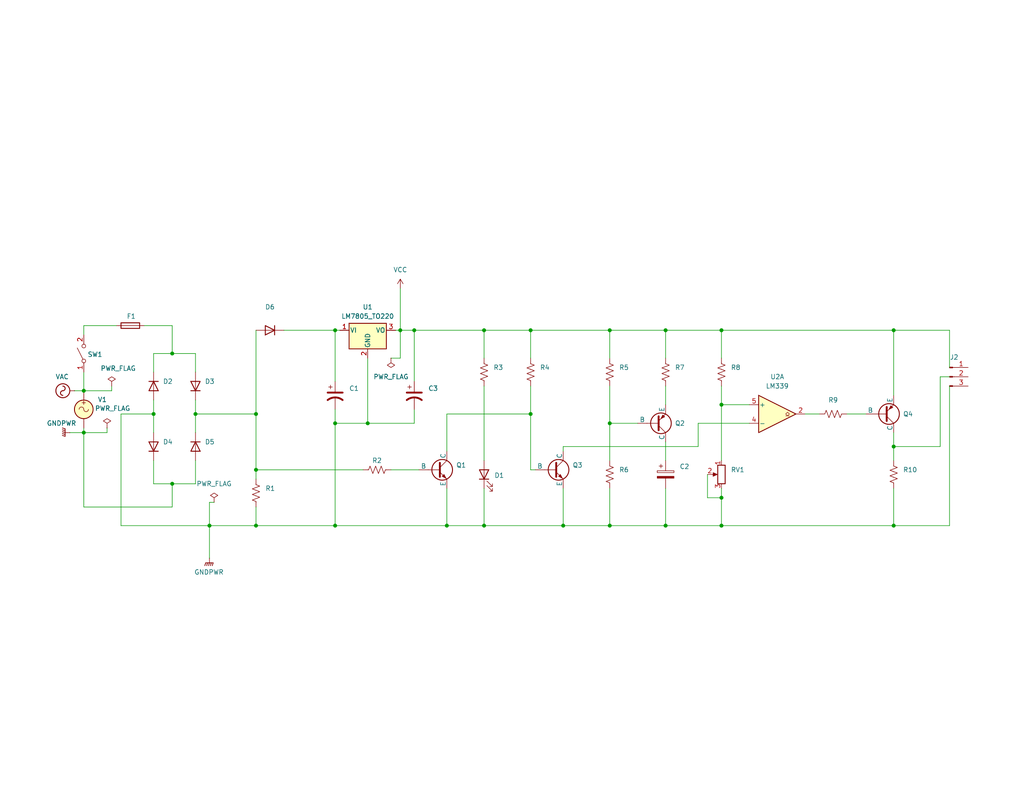
<source format=kicad_sch>
(kicad_sch (version 20231120) (generator "eeschema") (generator_version "8.0")
  (paper "A")
  (title_block (title "CMPE2150 PWM Generator - nkoirala1") (date "2024-12-09") (rev "0") (company "NAIT CNT") (comment 1 "Naresh Prasad Koirala"))
  (lib_symbols
    (symbol "Comparator:LM339" (pin_names (offset 0.127))
      (property "Reference" "U" (at 0 5.08 0))
      (property "Value" "LM339" (at 0 -5.08 0))
      (symbol "LM339_1_1"
        (polyline (pts (xy -5.08 5.08) (xy 5.08 0) (xy -5.08 -5.08) (xy -5.08 5.08)) (stroke (width 0.254)) (fill (type background)))
        (polyline (pts (xy 3.302 -0.508) (xy 2.794 -0.508) (xy 3.302 0) (xy 2.794 0.508) (xy 2.286 0) (xy 2.794 -0.508) (xy 2.286 -0.508)) (stroke (width 0.127)))
        (pin open_collector line (at 7.62 0 180) (length 2.54) (name "~") (number "2"))
        (pin input line (at -7.62 -2.54 0) (length 2.54) (name "-") (number "4"))
        (pin input line (at -7.62 2.54 0) (length 2.54) (name "+") (number "5"))
      )
      (symbol "LM339_2_1"
        (polyline (pts (xy -5.08 5.08) (xy 5.08 0) (xy -5.08 -5.08) (xy -5.08 5.08)) (stroke (width 0.254)) (fill (type background)))
        (polyline (pts (xy 3.302 -0.508) (xy 2.794 -0.508) (xy 3.302 0) (xy 2.794 0.508) (xy 2.286 0) (xy 2.794 -0.508) (xy 2.286 -0.508)) (stroke (width 0.127)))
        (pin open_collector line (at 7.62 0 180) (length 2.54) (name "~") (number "1"))
        (pin input line (at -7.62 -2.54 0) (length 2.54) (name "-") (number "6"))
        (pin input line (at -7.62 2.54 0) (length 2.54) (name "+") (number "7"))
      )
      (symbol "LM339_3_1"
        (polyline (pts (xy -5.08 5.08) (xy 5.08 0) (xy -5.08 -5.08) (xy -5.08 5.08)) (stroke (width 0.254)) (fill (type background)))
        (polyline (pts (xy 3.302 -0.508) (xy 2.794 -0.508) (xy 3.302 0) (xy 2.794 0.508) (xy 2.286 0) (xy 2.794 -0.508) (xy 2.286 -0.508)) (stroke (width 0.127)))
        (pin input line (at -7.62 -2.54 0) (length 2.54) (name "-") (number "10"))
        (pin input line (at -7.62 2.54 0) (length 2.54) (name "+") (number "11"))
        (pin open_collector line (at 7.62 0 180) (length 2.54) (name "~") (number "13"))
      )
      (symbol "LM339_4_1"
        (polyline (pts (xy -5.08 5.08) (xy 5.08 0) (xy -5.08 -5.08) (xy -5.08 5.08)) (stroke (width 0.254)) (fill (type background)))
        (polyline (pts (xy 3.302 -0.508) (xy 2.794 -0.508) (xy 3.302 0) (xy 2.794 0.508) (xy 2.286 0) (xy 2.794 -0.508) (xy 2.286 -0.508)) (stroke (width 0.127)))
        (pin open_collector line (at 7.62 0 180) (length 2.54) (name "~") (number "14"))
        (pin input line (at -7.62 -2.54 0) (length 2.54) (name "-") (number "8"))
        (pin input line (at -7.62 2.54 0) (length 2.54) (name "+") (number "9"))
      )
      (symbol "LM339_5_1"
        (pin power_in line (at -2.54 -7.62 90) (length 3.81) (name "V-") (number "12"))
        (pin power_in line (at -2.54 7.62 270) (length 3.81) (name "V+") (number "3"))
      )
    )
    (symbol "Connector:Conn_01x03_Pin" (pin_names (offset 1.016) hide)
      (property "Reference" "J" (at 0 5.08 0))
      (property "Value" "Conn_01x03_Pin" (at 0 -5.08 0))
      (symbol "Conn_01x03_Pin_1_1"
        (polyline (pts (xy 1.27 -2.54) (xy 0.8636 -2.54)) (stroke (width 0.1524)))
        (polyline (pts (xy 1.27 0) (xy 0.8636 0)) (stroke (width 0.1524)))
        (polyline (pts (xy 1.27 2.54) (xy 0.8636 2.54)) (stroke (width 0.1524)))
        (rectangle (start 0.8636 -2.413) (end 0 -2.667) (stroke (width 0.1524)) (fill (type outline)))
        (rectangle (start 0.8636 0.127) (end 0 -0.127) (stroke (width 0.1524)) (fill (type outline)))
        (rectangle (start 0.8636 2.667) (end 0 2.413) (stroke (width 0.1524)) (fill (type outline)))
        (pin passive line (at 5.08 2.54 180) (length 3.81) (name "Pin_1") (number "1"))
        (pin passive line (at 5.08 0 180) (length 3.81) (name "Pin_2") (number "2"))
        (pin passive line (at 5.08 -2.54 180) (length 3.81) (name "Pin_3") (number "3"))
      )
    )
    (symbol "Device:C_Polarized" (pin_numbers hide) (pin_names (offset 0.254))
      (property "Reference" "C" (at 0.635 2.54 0))
      (property "Value" "C_Polarized" (at 0.635 -2.54 0))
      (symbol "C_Polarized_0_1"
        (rectangle (start -2.286 0.508) (end 2.286 1.016))
        (polyline (pts (xy -1.778 2.286) (xy -0.762 2.286)))
        (polyline (pts (xy -1.27 2.794) (xy -1.27 1.778)))
        (rectangle (start 2.286 -0.508) (end -2.286 -1.016) (fill (type outline)))
      )
      (symbol "C_Polarized_1_1"
        (pin passive line (at 0 3.81 270) (length 2.794) (name "~") (number "1"))
        (pin passive line (at 0 -3.81 90) (length 2.794) (name "~") (number "2"))
      )
    )
    (symbol "Device:C_Polarized_US" (pin_numbers hide) (pin_names (offset 0.254) hide)
      (property "Reference" "C" (at 0.635 2.54 0))
      (property "Value" "C_Polarized_US" (at 0.635 -2.54 0))
      (symbol "C_Polarized_US_0_1"
        (polyline (pts (xy -2.032 0.762) (xy 2.032 0.762)) (stroke (width 0.508)))
        (polyline (pts (xy -1.778 2.286) (xy -0.762 2.286)))
        (polyline (pts (xy -1.27 1.778) (xy -1.27 2.794)))
        (arc (start 2.032 -1.27) (mid 0 -0.5572) (end -2.032 -1.27) (stroke (width 0.508)))
      )
      (symbol "C_Polarized_US_1_1"
        (pin passive line (at 0 3.81 270) (length 2.794) (name "~") (number "1"))
        (pin passive line (at 0 -3.81 90) (length 3.302) (name "~") (number "2"))
      )
    )
    (symbol "Device:Fuse" (pin_numbers hide) (pin_names (offset 0))
      (property "Reference" "F" (at 2.032 0 90))
      (property "Value" "Fuse" (at -1.905 0 90))
      (symbol "Fuse_0_1"
        (rectangle (start -0.762 -2.54) (end 0.762 2.54) (stroke (width 0.254)))
        (polyline (pts (xy 0 2.54) (xy 0 -2.54)))
      )
      (symbol "Fuse_1_1"
        (pin passive line (at 0 3.81 270) (length 1.27) (name "~") (number "1"))
        (pin passive line (at 0 -3.81 90) (length 1.27) (name "~") (number "2"))
      )
    )
    (symbol "Device:LED" (pin_numbers hide) (pin_names (offset 1.016) hide)
      (property "Reference" "D" (at 0 2.54 0))
      (property "Value" "LED" (at 0 -2.54 0))
      (symbol "LED_0_1"
        (polyline (pts (xy -1.27 -1.27) (xy -1.27 1.27)) (stroke (width 0.254)))
        (polyline (pts (xy -1.27 0) (xy 1.27 0)))
        (polyline (pts (xy 1.27 -1.27) (xy 1.27 1.27) (xy -1.27 0) (xy 1.27 -1.27)) (stroke (width 0.254)))
        (polyline (pts (xy -3.048 -0.762) (xy -4.572 -2.286) (xy -3.81 -2.286) (xy -4.572 -2.286) (xy -4.572 -1.524)))
        (polyline (pts (xy -1.778 -0.762) (xy -3.302 -2.286) (xy -2.54 -2.286) (xy -3.302 -2.286) (xy -3.302 -1.524)))
      )
      (symbol "LED_1_1"
        (pin passive line (at -3.81 0 0) (length 2.54) (name "K") (number "1"))
        (pin passive line (at 3.81 0 180) (length 2.54) (name "A") (number "2"))
      )
    )
    (symbol "Device:R_Potentiometer" (pin_names (offset 1.016) hide)
      (property "Reference" "RV" (at -4.445 0 90))
      (property "Value" "R_Potentiometer" (at -2.54 0 90))
      (symbol "R_Potentiometer_0_1"
        (polyline (pts (xy 2.54 0) (xy 1.524 0)))
        (polyline (pts (xy 1.143 0) (xy 2.286 0.508) (xy 2.286 -0.508) (xy 1.143 0)) (fill (type outline)))
        (rectangle (start 1.016 2.54) (end -1.016 -2.54) (stroke (width 0.254)))
      )
      (symbol "R_Potentiometer_1_1"
        (pin passive line (at 0 3.81 270) (length 1.27) (name "1") (number "1"))
        (pin passive line (at 3.81 0 180) (length 1.27) (name "2") (number "2"))
        (pin passive line (at 0 -3.81 90) (length 1.27) (name "3") (number "3"))
      )
    )
    (symbol "Device:R_US" (pin_numbers hide) (pin_names (offset 0))
      (property "Reference" "R" (at 2.54 0 90))
      (property "Value" "R_US" (at -2.54 0 90))
      (symbol "R_US_0_1"
        (polyline (pts (xy 0 -2.286) (xy 0 -2.54)))
        (polyline (pts (xy 0 2.286) (xy 0 2.54)))
        (polyline (pts (xy 0 -0.762) (xy 1.016 -1.143) (xy 0 -1.524) (xy -1.016 -1.905) (xy 0 -2.286)))
        (polyline (pts (xy 0 0.762) (xy 1.016 0.381) (xy 0 0) (xy -1.016 -0.381) (xy 0 -0.762)))
        (polyline (pts (xy 0 2.286) (xy 1.016 1.905) (xy 0 1.524) (xy -1.016 1.143) (xy 0 0.762)))
      )
      (symbol "R_US_1_1"
        (pin passive line (at 0 3.81 270) (length 1.27) (name "~") (number "1"))
        (pin passive line (at 0 -3.81 90) (length 1.27) (name "~") (number "2"))
      )
    )
    (symbol "Diode:1N4005" (pin_numbers hide) (pin_names hide)
      (property "Reference" "D" (at 0 2.54 0))
      (property "Value" "1N4005" (at 0 -2.54 0))
      (symbol "1N4005_0_1"
        (polyline (pts (xy -1.27 1.27) (xy -1.27 -1.27)) (stroke (width 0.254)))
        (polyline (pts (xy 1.27 0) (xy -1.27 0)))
        (polyline (pts (xy 1.27 1.27) (xy 1.27 -1.27) (xy -1.27 0) (xy 1.27 1.27)) (stroke (width 0.254)))
      )
      (symbol "1N4005_1_1"
        (pin passive line (at -3.81 0 0) (length 2.54) (name "K") (number "1"))
        (pin passive line (at 3.81 0 180) (length 2.54) (name "A") (number "2"))
      )
    )
    (symbol "Regulator_Linear:LM7805_TO220" (pin_names (offset 0.254))
      (property "Reference" "U" (at -3.81 3.175 0))
      (property "Value" "LM7805_TO220" (at 0 3.175 0))
      (symbol "LM7805_TO220_0_1"
        (rectangle (start -5.08 1.905) (end 5.08 -5.08) (stroke (width 0.254)) (fill (type background)))
      )
      (symbol "LM7805_TO220_1_1"
        (pin power_in line (at -7.62 0 0) (length 2.54) (name "VI") (number "1"))
        (pin power_in line (at 0 -7.62 90) (length 2.54) (name "GND") (number "2"))
        (pin power_out line (at 7.62 0 180) (length 2.54) (name "VO") (number "3"))
      )
    )
    (symbol "Simulation_SPICE:NPN" (pin_numbers hide) (pin_names (offset 0))
      (property "Reference" "Q" (at -2.54 7.62 0))
      (property "Value" "NPN" (at -2.54 5.08 0))
      (symbol "NPN_0_1"
        (polyline (pts (xy -2.54 0) (xy 0.635 0)) (stroke (width 0.1524)))
        (polyline (pts (xy 0.635 0.635) (xy 2.54 2.54)))
        (polyline (pts (xy 2.794 -1.27) (xy 2.794 -1.27)) (stroke (width 0.1524)))
        (polyline (pts (xy 2.794 -1.27) (xy 2.794 -1.27)) (stroke (width 0.1524)))
        (polyline (pts (xy 0.635 -0.635) (xy 2.54 -2.54) (xy 2.54 -2.54)))
        (polyline (pts (xy 0.635 1.905) (xy 0.635 -1.905) (xy 0.635 -1.905)) (stroke (width 0.508)))
        (polyline (pts (xy 1.27 -1.778) (xy 1.778 -1.27) (xy 2.286 -2.286) (xy 1.27 -1.778) (xy 1.27 -1.778)) (fill (type outline)))
        (circle (center 1.27 0) (radius 2.8194) (stroke (width 0.254)))
      )
      (symbol "NPN_1_1"
        (pin open_collector line (at 2.54 5.08 270) (length 2.54) (name "C") (number "1"))
        (pin input line (at -5.08 0 0) (length 2.54) (name "B") (number "2"))
        (pin open_emitter line (at 2.54 -5.08 90) (length 2.54) (name "E") (number "3"))
      )
    )
    (symbol "Simulation_SPICE:PNP" (pin_numbers hide) (pin_names (offset 0))
      (property "Reference" "Q" (at -2.54 7.62 0))
      (property "Value" "PNP" (at -2.54 5.08 0))
      (symbol "PNP_0_1"
        (polyline (pts (xy -2.54 0) (xy 0.635 0)) (stroke (width 0.1524)))
        (polyline (pts (xy 0.635 0.635) (xy 2.54 2.54)))
        (polyline (pts (xy 0.635 -0.635) (xy 2.54 -2.54) (xy 2.54 -2.54)))
        (polyline (pts (xy 0.635 1.905) (xy 0.635 -1.905) (xy 0.635 -1.905)) (stroke (width 0.508)))
        (polyline (pts (xy 2.286 -1.778) (xy 1.778 -2.286) (xy 1.27 -1.27) (xy 2.286 -1.778) (xy 2.286 -1.778)) (fill (type outline)))
        (circle (center 1.27 0) (radius 2.8194) (stroke (width 0.254)))
      )
      (symbol "PNP_1_1"
        (pin open_collector line (at 2.54 5.08 270) (length 2.54) (name "C") (number "1"))
        (pin input line (at -5.08 0 0) (length 2.54) (name "B") (number "2"))
        (pin open_emitter line (at 2.54 -5.08 90) (length 2.54) (name "E") (number "3"))
      )
    )
    (symbol "Simulation_SPICE:VSIN" (pin_numbers hide) (pin_names (offset 0.0254))
      (property "Reference" "V" (at 2.54 2.54 0))
      (property "Value" "VSIN" (at 2.54 0 0))
      (property "Sim.Params" "dc=0 ampl=1 f=1k ac=1" (at 2.54 -2.54 0))
      (symbol "VSIN_0_0"
        (arc (start 0 0) (mid -0.635 0.6323) (end -1.27 0))
        (arc (start 0 0) (mid 0.635 -0.6323) (end 1.27 0))
        (text "+" (at 0 1.905 0) (effects (font (size 1.27 1.27))))
      )
      (symbol "VSIN_0_1"
        (circle (center 0 0) (radius 2.54) (stroke (width 0.254)) (fill (type background)))
      )
      (symbol "VSIN_1_1"
        (pin passive line (at 0 5.08 270) (length 2.54) (name "~") (number "1"))
        (pin passive line (at 0 -5.08 90) (length 2.54) (name "~") (number "2"))
      )
    )
    (symbol "Switch:SW_SPST" (pin_names (offset 0) hide)
      (property "Reference" "SW" (at 0 3.175 0))
      (property "Value" "SW_SPST" (at 0 -2.54 0))
      (symbol "SW_SPST_0_0"
        (circle (center -2.032 0) (radius 0.508))
        (polyline (pts (xy -1.524 0.254) (xy 1.524 1.778)))
        (circle (center 2.032 0) (radius 0.508))
      )
      (symbol "SW_SPST_1_1"
        (pin passive line (at -5.08 0 0) (length 2.54) (name "A") (number "1"))
        (pin passive line (at 5.08 0 180) (length 2.54) (name "B") (number "2"))
      )
    )
    (symbol "power:GNDPWR" (power) (pin_numbers hide) (pin_names (offset 0) hide)
      (property "Value" "GNDPWR" (at 0 -3.302 0))
      (symbol "GNDPWR_0_1"
        (polyline (pts (xy 0 -1.27) (xy 0 0)))
        (polyline (pts (xy -1.016 -1.27) (xy -1.27 -2.032) (xy -1.27 -2.032)) (stroke (width 0.2032)))
        (polyline (pts (xy -0.508 -1.27) (xy -0.762 -2.032) (xy -0.762 -2.032)) (stroke (width 0.2032)))
        (polyline (pts (xy 0 -1.27) (xy -0.254 -2.032) (xy -0.254 -2.032)) (stroke (width 0.2032)))
        (polyline (pts (xy 0.508 -1.27) (xy 0.254 -2.032) (xy 0.254 -2.032)) (stroke (width 0.2032)))
        (polyline (pts (xy 1.016 -1.27) (xy -1.016 -1.27) (xy -1.016 -1.27)) (stroke (width 0.2032)))
        (polyline (pts (xy 1.016 -1.27) (xy 0.762 -2.032) (xy 0.762 -2.032) (xy 0.762 -2.032)) (stroke (width 0.2032)))
      )
      (symbol "GNDPWR_1_1"
        (pin power_in line (at 0 0 270) (length 0) (name "~") (number "1"))
      )
    )
    (symbol "power:PWR_FLAG" (power) (pin_numbers hide) (pin_names (offset 0) hide)
      (property "Value" "PWR_FLAG" (at 0 3.81 0))
      (symbol "PWR_FLAG_0_0"
        (pin power_out line (at 0 0 90) (length 0) (name "~") (number "1"))
      )
      (symbol "PWR_FLAG_0_1"
        (polyline (pts (xy 0 0) (xy 0 1.27) (xy -1.016 1.905) (xy 0 2.54) (xy 1.016 1.905) (xy 0 1.27)))
      )
    )
    (symbol "power:VAC" (power) (pin_numbers hide) (pin_names (offset 0) hide)
      (property "Value" "VAC" (at 0 6.35 0))
      (symbol "VAC_0_1"
        (polyline (pts (xy 0 0) (xy 0 1.27)))
        (arc (start 0 3.175) (mid -0.635 3.8073) (end -1.27 3.175) (stroke (width 0.254)))
        (arc (start 0 3.175) (mid 0.635 2.5427) (end 1.27 3.175) (stroke (width 0.254)))
        (circle (center 0 3.175) (radius 1.905) (stroke (width 0.254)))
      )
      (symbol "VAC_1_1"
        (pin power_in line (at 0 0 90) (length 0) (name "~") (number "1"))
      )
    )
    (symbol "power:VCC" (power) (pin_numbers hide) (pin_names (offset 0) hide)
      (property "Value" "VCC" (at 0 3.556 0))
      (symbol "VCC_0_1"
        (polyline (pts (xy -0.762 1.27) (xy 0 2.54)))
        (polyline (pts (xy 0 0) (xy 0 2.54)))
        (polyline (pts (xy 0 2.54) (xy 0.762 1.27)))
      )
      (symbol "VCC_1_1"
        (pin power_in line (at 0 0 90) (length 0) (name "~") (number "1"))
      )
    )
  )
  (junction (at 196.85 90.17))
  (junction (at 166.37 90.17))
  (junction (at 69.85 128.27))
  (junction (at 22.86 106.68))
  (junction (at 113.03 90.17))
  (junction (at 196.85 143.51))
  (junction (at 243.84 143.51))
  (junction (at 46.99 132.08))
  (junction (at 57.15 143.51))
  (junction (at 181.61 90.17))
  (junction (at 132.08 90.17))
  (junction (at 91.44 143.51))
  (junction (at 53.34 113.03))
  (junction (at 109.22 90.17))
  (junction (at 41.91 113.03))
  (junction (at 144.78 90.17))
  (junction (at 144.78 113.03))
  (junction (at 196.85 110.49))
  (junction (at 243.84 121.92))
  (junction (at 69.85 113.03))
  (junction (at 91.44 90.17))
  (junction (at 166.37 115.57))
  (junction (at 181.61 143.51))
  (junction (at 166.37 143.51))
  (junction (at 91.44 115.57))
  (junction (at 196.85 135.89))
  (junction (at 243.84 90.17))
  (junction (at 153.67 143.51))
  (junction (at 46.99 96.52))
  (junction (at 121.92 143.51))
  (junction (at 100.33 115.57))
  (junction (at 132.08 143.51))
  (junction (at 22.86 118.11))
  (junction (at 69.85 143.51))
  (wire (pts (xy 113.03 90.17) (xy 113.03 104.14)))
  (wire (pts (xy 41.91 109.22) (xy 41.91 113.03)))
  (wire (pts (xy 132.08 90.17) (xy 132.08 97.79)))
  (wire (pts (xy 77.47 90.17) (xy 91.44 90.17)))
  (wire (pts (xy 69.85 128.27) (xy 69.85 130.81)))
  (wire (pts (xy 33.02 113.03) (xy 41.91 113.03)))
  (wire (pts (xy 121.92 123.19) (xy 121.92 113.03)))
  (wire (pts (xy 166.37 133.35) (xy 166.37 143.51)))
  (wire (pts (xy 259.08 143.51) (xy 243.84 143.51)))
  (wire (pts (xy 69.85 90.17) (xy 69.85 113.03)))
  (wire (pts (xy 39.37 88.9) (xy 46.99 88.9)))
  (wire (pts (xy 19.05 118.11) (xy 22.86 118.11)))
  (wire (pts (xy 46.99 132.08) (xy 53.34 132.08)))
  (wire (pts (xy 106.68 128.27) (xy 114.3 128.27)))
  (wire (pts (xy 166.37 115.57) (xy 173.99 115.57)))
  (wire (pts (xy 193.04 135.89) (xy 196.85 135.89)))
  (wire (pts (xy 144.78 105.41) (xy 144.78 113.03)))
  (wire (pts (xy 69.85 128.27) (xy 99.06 128.27)))
  (wire (pts (xy 132.08 143.51) (xy 121.92 143.51)))
  (wire (pts (xy 196.85 110.49) (xy 204.47 110.49)))
  (wire (pts (xy 259.08 102.87) (xy 256.54 102.87)))
  (wire (pts (xy 22.86 101.6) (xy 22.86 106.68)))
  (wire (pts (xy 41.91 96.52) (xy 46.99 96.52)))
  (wire (pts (xy 196.85 105.41) (xy 196.85 110.49)))
  (wire (pts (xy 181.61 120.65) (xy 181.61 125.73)))
  (wire (pts (xy 107.95 90.17) (xy 109.22 90.17)))
  (wire (pts (xy 196.85 143.51) (xy 181.61 143.51)))
  (wire (pts (xy 57.15 143.51) (xy 33.02 143.51)))
  (wire (pts (xy 190.5 121.92) (xy 190.5 115.57)))
  (wire (pts (xy 132.08 133.35) (xy 132.08 143.51)))
  (wire (pts (xy 22.86 118.11) (xy 29.21 118.11)))
  (wire (pts (xy 144.78 90.17) (xy 144.78 97.79)))
  (wire (pts (xy 20.32 106.68) (xy 22.86 106.68)))
  (wire (pts (xy 41.91 101.6) (xy 41.91 96.52)))
  (wire (pts (xy 166.37 90.17) (xy 181.61 90.17)))
  (wire (pts (xy 181.61 90.17) (xy 196.85 90.17)))
  (wire (pts (xy 243.84 121.92) (xy 243.84 125.73)))
  (wire (pts (xy 153.67 133.35) (xy 153.67 143.51)))
  (wire (pts (xy 243.84 143.51) (xy 196.85 143.51)))
  (wire (pts (xy 259.08 90.17) (xy 259.08 100.33)))
  (wire (pts (xy 121.92 133.35) (xy 121.92 143.51)))
  (wire (pts (xy 22.86 106.68) (xy 30.48 106.68)))
  (wire (pts (xy 243.84 121.92) (xy 256.54 121.92)))
  (wire (pts (xy 153.67 143.51) (xy 132.08 143.51)))
  (wire (pts (xy 193.04 129.54) (xy 193.04 135.89)))
  (wire (pts (xy 256.54 102.87) (xy 256.54 121.92)))
  (wire (pts (xy 46.99 88.9) (xy 46.99 96.52)))
  (wire (pts (xy 100.33 97.79) (xy 100.33 115.57)))
  (wire (pts (xy 53.34 132.08) (xy 53.34 125.73)))
  (wire (pts (xy 91.44 111.76) (xy 91.44 115.57)))
  (wire (pts (xy 243.84 90.17) (xy 243.84 107.95)))
  (wire (pts (xy 33.02 143.51) (xy 33.02 113.03)))
  (wire (pts (xy 113.03 111.76) (xy 113.03 115.57)))
  (wire (pts (xy 259.08 105.41) (xy 259.08 143.51)))
  (wire (pts (xy 106.68 97.79) (xy 109.22 97.79)))
  (wire (pts (xy 22.86 138.43) (xy 46.99 138.43)))
  (wire (pts (xy 190.5 115.57) (xy 204.47 115.57)))
  (wire (pts (xy 132.08 90.17) (xy 144.78 90.17)))
  (wire (pts (xy 181.61 105.41) (xy 181.61 110.49)))
  (wire (pts (xy 153.67 121.92) (xy 190.5 121.92)))
  (wire (pts (xy 57.15 143.51) (xy 57.15 137.16)))
  (wire (pts (xy 91.44 115.57) (xy 91.44 143.51)))
  (wire (pts (xy 231.14 113.03) (xy 236.22 113.03)))
  (wire (pts (xy 109.22 78.74) (xy 109.22 90.17)))
  (wire (pts (xy 41.91 132.08) (xy 46.99 132.08)))
  (wire (pts (xy 22.86 118.11) (xy 22.86 138.43)))
  (wire (pts (xy 69.85 113.03) (xy 69.85 128.27)))
  (wire (pts (xy 196.85 90.17) (xy 243.84 90.17)))
  (wire (pts (xy 22.86 116.84) (xy 22.86 118.11)))
  (wire (pts (xy 196.85 90.17) (xy 196.85 97.79)))
  (wire (pts (xy 41.91 125.73) (xy 41.91 132.08)))
  (wire (pts (xy 109.22 90.17) (xy 113.03 90.17)))
  (wire (pts (xy 57.15 152.4) (xy 57.15 143.51)))
  (wire (pts (xy 181.61 133.35) (xy 181.61 143.51)))
  (wire (pts (xy 153.67 143.51) (xy 166.37 143.51)))
  (wire (pts (xy 132.08 105.41) (xy 132.08 125.73)))
  (wire (pts (xy 166.37 90.17) (xy 166.37 97.79)))
  (wire (pts (xy 166.37 115.57) (xy 166.37 125.73)))
  (wire (pts (xy 181.61 143.51) (xy 166.37 143.51)))
  (wire (pts (xy 196.85 135.89) (xy 196.85 143.51)))
  (wire (pts (xy 29.21 116.84) (xy 29.21 118.11)))
  (wire (pts (xy 144.78 113.03) (xy 144.78 128.27)))
  (wire (pts (xy 69.85 138.43) (xy 69.85 143.51)))
  (wire (pts (xy 53.34 113.03) (xy 69.85 113.03)))
  (wire (pts (xy 196.85 110.49) (xy 196.85 125.73)))
  (wire (pts (xy 53.34 109.22) (xy 53.34 113.03)))
  (wire (pts (xy 113.03 90.17) (xy 132.08 90.17)))
  (wire (pts (xy 144.78 128.27) (xy 146.05 128.27)))
  (wire (pts (xy 243.84 118.11) (xy 243.84 121.92)))
  (wire (pts (xy 46.99 138.43) (xy 46.99 132.08)))
  (wire (pts (xy 153.67 123.19) (xy 153.67 121.92)))
  (wire (pts (xy 144.78 90.17) (xy 166.37 90.17)))
  (wire (pts (xy 219.71 113.03) (xy 223.52 113.03)))
  (wire (pts (xy 46.99 96.52) (xy 53.34 96.52)))
  (wire (pts (xy 91.44 90.17) (xy 92.71 90.17)))
  (wire (pts (xy 30.48 105.41) (xy 30.48 106.68)))
  (wire (pts (xy 109.22 97.79) (xy 109.22 90.17)))
  (wire (pts (xy 22.86 88.9) (xy 31.75 88.9)))
  (wire (pts (xy 196.85 133.35) (xy 196.85 135.89)))
  (wire (pts (xy 22.86 91.44) (xy 22.86 88.9)))
  (wire (pts (xy 91.44 115.57) (xy 100.33 115.57)))
  (wire (pts (xy 41.91 113.03) (xy 41.91 118.11)))
  (wire (pts (xy 91.44 90.17) (xy 91.44 104.14)))
  (wire (pts (xy 121.92 113.03) (xy 144.78 113.03)))
  (wire (pts (xy 53.34 113.03) (xy 53.34 118.11)))
  (wire (pts (xy 91.44 143.51) (xy 69.85 143.51)))
  (wire (pts (xy 121.92 143.51) (xy 91.44 143.51)))
  (wire (pts (xy 53.34 96.52) (xy 53.34 101.6)))
  (wire (pts (xy 243.84 90.17) (xy 259.08 90.17)))
  (wire (pts (xy 243.84 133.35) (xy 243.84 143.51)))
  (wire (pts (xy 100.33 115.57) (xy 113.03 115.57)))
  (wire (pts (xy 57.15 137.16) (xy 58.42 137.16)))
  (wire (pts (xy 69.85 143.51) (xy 57.15 143.51)))
  (wire (pts (xy 181.61 90.17) (xy 181.61 97.79)))
  (wire (pts (xy 166.37 105.41) (xy 166.37 115.57)))
  (symbol (lib_id "Diode:1N4005") (at 53.34 121.92 270) (unit 1)
    (property "Reference" "D5" (at 55.88 120.6499 90) (effects (justify left)))
    (property "Value" "1N4005" (effects (hide yes)))
    (property "Footprint" "Diode_THT:D_DO-41_SOD81_P10.16mm_Horizontal" (effects (hide yes)))
    (property "Datasheet" "http://www.vishay.com/docs/88503/1n4001.pdf" (effects (hide yes)))
    (property "Description" "600V 1A General Purpose Rectifier Diode, DO-41" (effects (hide yes)))
    (property "Sim.Device" "D" (effects (hide yes)))
    (property "Sim.Pins" "1=K 2=A" (effects (hide yes)))
  )
  (symbol (lib_id "Device:R_US") (at 166.37 101.6 0) (unit 1)
    (property "Reference" "R5" (at 168.91 100.3299 0) (effects (justify left)))
    (property "Value" "R_US" (effects (hide yes)))
    (property "Description" "Resistor, US symbol" (effects (hide yes)))
  )
  (symbol (lib_id "Device:R_US") (at 132.08 101.6 0) (unit 1)
    (property "Reference" "R3" (at 134.62 100.3299 0) (effects (justify left)))
    (property "Value" "R_US" (effects (hide yes)))
    (property "Description" "Resistor, US symbol" (effects (hide yes)))
  )
  (symbol (lib_id "Regulator_Linear:LM7805_TO220") (at 100.33 90.17 0) (unit 1)
    (property "Reference" "U1" (at 100.33 83.82 0))
    (property "Value" "LM7805_TO220" (at 100.33 86.36 0))
    (property "Footprint" "Package_TO_SOT_THT:TO-220-3_Vertical" (effects (hide yes)))
    (property "Datasheet" "https://www.onsemi.cn/PowerSolutions/document/MC7800-D.PDF" (effects (hide yes)))
    (property "Description" "Positive 1A 35V Linear Regulator, Fixed Output 5V, TO-220" (effects (hide yes)))
  )
  (symbol (lib_id "Diode:1N4005") (at 41.91 121.92 90) (unit 1)
    (property "Reference" "D4" (at 44.45 120.6499 90) (effects (justify right)))
    (property "Value" "1N4005" (effects (hide yes)))
    (property "Footprint" "Diode_THT:D_DO-41_SOD81_P10.16mm_Horizontal" (effects (hide yes)))
    (property "Datasheet" "http://www.vishay.com/docs/88503/1n4001.pdf" (effects (hide yes)))
    (property "Description" "600V 1A General Purpose Rectifier Diode, DO-41" (effects (hide yes)))
    (property "Sim.Device" "D" (effects (hide yes)))
    (property "Sim.Pins" "1=K 2=A" (effects (hide yes)))
  )
  (symbol (lib_id "Switch:SW_SPST") (at 22.86 96.52 90) (unit 1)
    (property "Reference" "SW1" (at 23.876 96.774 90) (effects (justify right)))
    (property "Value" "SW_SPST" (effects (hide yes)))
    (property "Description" "Single Pole Single Throw (SPST) switch" (effects (hide yes)))
  )
  (symbol (lib_id "Device:R_Potentiometer") (at 196.85 129.54 0) (mirror y) (unit 1)
    (property "Reference" "RV1" (at 199.39 128.2699 0) (effects (justify right)))
    (property "Value" "R_Potentiometer" (effects (hide yes)))
    (property "Footprint" "Potentiometer_THT:Potentiometer_Bourns_3296W_Vertical" (effects (hide yes)))
    (property "Description" "Potentiometer" (effects (hide yes)))
  )
  (symbol (lib_id "Diode:1N4005") (at 41.91 105.41 270) (unit 1)
    (property "Reference" "D2" (at 44.45 104.1399 90) (effects (justify left)))
    (property "Value" "1N4005" (effects (hide yes)))
    (property "Footprint" "Diode_THT:D_DO-41_SOD81_P10.16mm_Horizontal" (effects (hide yes)))
    (property "Datasheet" "http://www.vishay.com/docs/88503/1n4001.pdf" (effects (hide yes)))
    (property "Description" "600V 1A General Purpose Rectifier Diode, DO-41" (effects (hide yes)))
    (property "Sim.Device" "D" (effects (hide yes)))
    (property "Sim.Pins" "1=K 2=A" (effects (hide yes)))
  )
  (symbol (lib_id "power:VCC") (at 109.22 78.74 0) (unit 1)
    (property "Reference" "#PWR01" (effects (hide yes)))
    (property "Value" "VCC" (at 109.22 73.66 0))
    (property "Description" "Power symbol creates a global label with name \"VCC\"" (effects (hide yes)))
  )
  (symbol (lib_id "Simulation_SPICE:NPN") (at 151.13 128.27 0) (unit 1)
    (property "Reference" "Q3" (at 156.21 126.9999 0) (effects (justify left)))
    (property "Value" "NPN" (effects (hide yes)))
    (property "Footprint" "Package_TO_SOT_THT:TO-92" (effects (hide yes)))
    (property "Datasheet" "https://ngspice.sourceforge.io/docs/ngspice-html-manual/manual.xhtml#cha_BJTs" (effects (hide yes)))
    (property "Description" "Bipolar transistor symbol for simulation only, substrate tied to the emitter" (effects (hide yes)))
    (property "Sim.Device" "NPN" (effects (hide yes)))
    (property "Sim.Type" "GUMMELPOON" (effects (hide yes)))
    (property "Sim.Pins" "1=C 2=B 3=E" (effects (hide yes)))
  )
  (symbol (lib_id "Simulation_SPICE:VSIN") (at 22.86 111.76 0) (unit 1)
    (property "Reference" "V1" (at 26.67 109.0901 0) (effects (justify left)))
    (property "Value" "VSIN" (effects (hide yes)))
    (property "Datasheet" "https://ngspice.sourceforge.io/docs/ngspice-html-manual/manual.xhtml#sec_Independent_Sources_for" (effects (hide yes)))
    (property "Description" "Voltage source, sinusoidal" (effects (hide yes)))
    (property "Sim.Pins" "1=+ 2=-" (effects (hide yes)))
    (property "Sim.Params" "dc=0 ampl=1 f=1k ac=1" (effects (hide yes)))
    (property "Sim.Type" "SIN" (effects (hide yes)))
    (property "Sim.Device" "V" (effects (hide yes)))
  )
  (symbol (lib_id "power:GNDPWR") (at 19.05 118.11 270) (unit 1)
    (property "Reference" "#PWR02" (effects (hide yes)))
    (property "Value" "GNDPWR" (at 20.828 115.57 90) (effects (justify right)))
    (property "Description" "Power symbol creates a global label with name \"GNDPWR\" , global ground" (effects (hide yes)))
  )
  (symbol (lib_id "Device:C_Polarized_US") (at 91.44 107.95 0) (unit 1)
    (property "Reference" "C1" (at 95.25 106.0449 0) (effects (justify left)))
    (property "Value" "C_Polarized_US" (effects (hide yes)))
    (property "Description" "Polarized capacitor, US symbol" (effects (hide yes)))
  )
  (symbol (lib_id "power:PWR_FLAG") (at 58.42 137.16 0) (unit 1)
    (property "Reference" "#FLG04" (effects (hide yes)))
    (property "Value" "PWR_FLAG" (at 58.42 132.08 0))
    (property "Description" "Special symbol for telling ERC where power comes from" (effects (hide yes)))
  )
  (symbol (lib_id "Device:R_US") (at 181.61 101.6 0) (unit 1)
    (property "Reference" "R7" (at 184.15 100.3299 0) (effects (justify left)))
    (property "Value" "R_US" (effects (hide yes)))
    (property "Description" "Resistor, US symbol" (effects (hide yes)))
  )
  (symbol (lib_id "Device:R_US") (at 102.87 128.27 90) (unit 1)
    (property "Reference" "R2" (at 102.87 125.73 90))
    (property "Value" "R_US" (effects (hide yes)))
    (property "Description" "Resistor, US symbol" (effects (hide yes)))
  )
  (symbol (lib_id "Simulation_SPICE:NPN") (at 119.38 128.27 0) (unit 1)
    (property "Reference" "Q1" (at 124.46 126.9999 0) (effects (justify left)))
    (property "Value" "NPN" (effects (hide yes)))
    (property "Footprint" "Package_TO_SOT_THT:TO-92" (effects (hide yes)))
    (property "Datasheet" "https://ngspice.sourceforge.io/docs/ngspice-html-manual/manual.xhtml#cha_BJTs" (effects (hide yes)))
    (property "Description" "Bipolar transistor symbol for simulation only, substrate tied to the emitter" (effects (hide yes)))
    (property "Sim.Device" "NPN" (effects (hide yes)))
    (property "Sim.Type" "GUMMELPOON" (effects (hide yes)))
    (property "Sim.Pins" "1=C 2=B 3=E" (effects (hide yes)))
  )
  (symbol (lib_id "power:GNDPWR") (at 57.15 152.4 0) (unit 1)
    (property "Reference" "#PWR04" (effects (hide yes)))
    (property "Value" "GNDPWR" (at 57.023 156.21 0))
    (property "Description" "Power symbol creates a global label with name \"GNDPWR\" , global ground" (effects (hide yes)))
  )
  (symbol (lib_id "Diode:1N4005") (at 73.66 90.17 180) (unit 1)
    (property "Reference" "D6" (at 73.66 83.82 0))
    (property "Value" "1N4005" (effects (hide yes)))
    (property "Footprint" "Diode_THT:D_DO-41_SOD81_P10.16mm_Horizontal" (effects (hide yes)))
    (property "Datasheet" "http://www.vishay.com/docs/88503/1n4001.pdf" (effects (hide yes)))
    (property "Description" "600V 1A General Purpose Rectifier Diode, DO-41" (effects (hide yes)))
    (property "Sim.Device" "D" (effects (hide yes)))
    (property "Sim.Pins" "1=K 2=A" (effects (hide yes)))
  )
  (symbol (lib_id "Simulation_SPICE:PNP") (at 179.07 115.57 0) (mirror x) (unit 1)
    (property "Reference" "Q2" (at 184.15 115.5699 0) (effects (justify left)))
    (property "Value" "PNP" (effects (hide yes)))
    (property "Footprint" "Package_TO_SOT_THT:TO-92" (effects (hide yes)))
    (property "Datasheet" "https://ngspice.sourceforge.io/docs/ngspice-html-manual/manual.xhtml#cha_BJTs" (effects (hide yes)))
    (property "Description" "Bipolar transistor symbol for simulation only, substrate tied to the emitter" (effects (hide yes)))
    (property "Sim.Device" "PNP" (effects (hide yes)))
    (property "Sim.Type" "GUMMELPOON" (effects (hide yes)))
    (property "Sim.Pins" "1=C 2=B 3=E" (effects (hide yes)))
  )
  (symbol (lib_id "Device:R_US") (at 227.33 113.03 90) (unit 1)
    (property "Reference" "R9" (at 227.33 109.22 90))
    (property "Value" "R_US" (effects (hide yes)))
    (property "Description" "Resistor, US symbol" (effects (hide yes)))
  )
  (symbol (lib_id "Device:C_Polarized") (at 181.61 129.54 0) (unit 1)
    (property "Reference" "C2" (at 185.42 127.3809 0) (effects (justify left)))
    (property "Value" "C_Polarized" (effects (hide yes)))
    (property "Description" "Polarized capacitor" (effects (hide yes)))
  )
  (symbol (lib_id "Device:R_US") (at 69.85 134.62 0) (unit 1)
    (property "Reference" "R1" (at 72.39 133.3499 0) (effects (justify left)))
    (property "Value" "R_US" (effects (hide yes)))
    (property "Description" "Resistor, US symbol" (effects (hide yes)))
  )
  (symbol (lib_id "Device:R_US") (at 144.78 101.6 0) (unit 1)
    (property "Reference" "R4" (at 147.32 100.3299 0) (effects (justify left)))
    (property "Value" "R_US" (effects (hide yes)))
    (property "Description" "Resistor, US symbol" (effects (hide yes)))
  )
  (symbol (lib_id "power:PWR_FLAG") (at 30.48 105.41 0) (unit 1)
    (property "Reference" "#FLG01" (effects (hide yes)))
    (property "Value" "PWR_FLAG" (at 32.258 100.584 0))
    (property "Description" "Special symbol for telling ERC where power comes from" (effects (hide yes)))
  )
  (symbol (lib_id "power:VAC") (at 20.32 106.68 90) (unit 1)
    (property "Reference" "#PWR03" (effects (hide yes)))
    (property "Value" "VAC" (at 18.796 102.87 90) (effects (justify left)))
    (property "Description" "Power symbol creates a global label with name \"VAC\"" (effects (hide yes)))
  )
  (symbol (lib_id "power:PWR_FLAG") (at 106.68 97.79 180) (unit 1)
    (property "Reference" "#FLG03" (effects (hide yes)))
    (property "Value" "PWR_FLAG" (at 106.68 102.87 0))
    (property "Description" "Special symbol for telling ERC where power comes from" (effects (hide yes)))
  )
  (symbol (lib_id "power:PWR_FLAG") (at 29.21 116.84 0) (unit 1)
    (property "Reference" "#FLG02" (effects (hide yes)))
    (property "Value" "PWR_FLAG" (at 30.734 111.506 0))
    (property "Description" "Special symbol for telling ERC where power comes from" (effects (hide yes)))
  )
  (symbol (lib_id "Device:C_Polarized_US") (at 113.03 107.95 0) (unit 1)
    (property "Reference" "C3" (at 116.84 106.0449 0) (effects (justify left)))
    (property "Value" "C_Polarized_US" (effects (hide yes)))
    (property "Description" "Polarized capacitor, US symbol" (effects (hide yes)))
  )
  (symbol (lib_id "Simulation_SPICE:PNP") (at 241.3 113.03 0) (mirror x) (unit 1)
    (property "Reference" "Q4" (at 246.38 113.0299 0) (effects (justify left)))
    (property "Value" "PNP" (effects (hide yes)))
    (property "Footprint" "Package_TO_SOT_THT:TO-92" (effects (hide yes)))
    (property "Datasheet" "https://ngspice.sourceforge.io/docs/ngspice-html-manual/manual.xhtml#cha_BJTs" (effects (hide yes)))
    (property "Description" "Bipolar transistor symbol for simulation only, substrate tied to the emitter" (effects (hide yes)))
    (property "Sim.Device" "PNP" (effects (hide yes)))
    (property "Sim.Type" "GUMMELPOON" (effects (hide yes)))
    (property "Sim.Pins" "1=C 2=B 3=E" (effects (hide yes)))
  )
  (symbol (lib_id "Connector:Conn_01x03_Pin") (at 259.08 102.87 0) (unit 1)
    (property "Reference" "J2" (at 260.35 97.536 0))
    (property "Value" "Conn_01x03_Pin" (effects (hide yes)))
    (property "Footprint" "Connector_PinHeader_2.54mm:PinHeader_1x03_P2.54mm_Vertical" (effects (hide yes)))
    (property "Description" "Generic connector, single row, 01x03, script generated" (effects (hide yes)))
  )
  (symbol (lib_id "Comparator:LM339") (at 212.09 113.03 0) (unit 1)
    (property "Reference" "U2" (at 212.09 102.87 0))
    (property "Value" "LM339" (at 212.09 105.41 0))
    (property "Datasheet" "https://www.st.com/resource/en/datasheet/lm139.pdf" (effects (hide yes)))
    (property "Description" "Quad Differential Comparators, SOIC-14/TSSOP-14" (effects (hide yes)))
  )
  (symbol (lib_id "Device:R_US") (at 196.85 101.6 0) (unit 1)
    (property "Reference" "R8" (at 199.39 100.3299 0) (effects (justify left)))
    (property "Value" "R_US" (effects (hide yes)))
    (property "Description" "Resistor, US symbol" (effects (hide yes)))
  )
  (symbol (lib_id "Device:R_US") (at 243.84 129.54 0) (unit 1)
    (property "Reference" "R10" (at 246.38 128.2699 0) (effects (justify left)))
    (property "Value" "R_US" (effects (hide yes)))
    (property "Description" "Resistor, US symbol" (effects (hide yes)))
  )
  (symbol (lib_id "Device:Fuse") (at 35.56 88.9 90) (unit 1)
    (property "Reference" "F1" (at 35.814 86.36 90))
    (property "Value" "Fuse" (effects (hide yes)))
    (property "Description" "Fuse" (effects (hide yes)))
  )
  (symbol (lib_id "Diode:1N4005") (at 53.34 105.41 90) (unit 1)
    (property "Reference" "D3" (at 55.88 104.1399 90) (effects (justify right)))
    (property "Value" "1N4005" (effects (hide yes)))
    (property "Footprint" "Diode_THT:D_DO-41_SOD81_P10.16mm_Horizontal" (effects (hide yes)))
    (property "Datasheet" "http://www.vishay.com/docs/88503/1n4001.pdf" (effects (hide yes)))
    (property "Description" "600V 1A General Purpose Rectifier Diode, DO-41" (effects (hide yes)))
    (property "Sim.Device" "D" (effects (hide yes)))
    (property "Sim.Pins" "1=K 2=A" (effects (hide yes)))
  )
  (symbol (lib_id "Device:R_US") (at 166.37 129.54 0) (unit 1)
    (property "Reference" "R6" (at 168.91 128.2699 0) (effects (justify left)))
    (property "Value" "R_US" (effects (hide yes)))
    (property "Description" "Resistor, US symbol" (effects (hide yes)))
  )
  (symbol (lib_id "Device:LED") (at 132.08 129.54 90) (unit 1)
    (property "Reference" "D1" (at 134.874 129.794 90) (effects (justify right)))
    (property "Value" "LED" (effects (hide yes)))
    (property "Footprint" "LED_THT:LED_D5.0mm" (effects (hide yes)))
    (property "Description" "Light emitting diode" (effects (hide yes)))
  )
)
</source>
